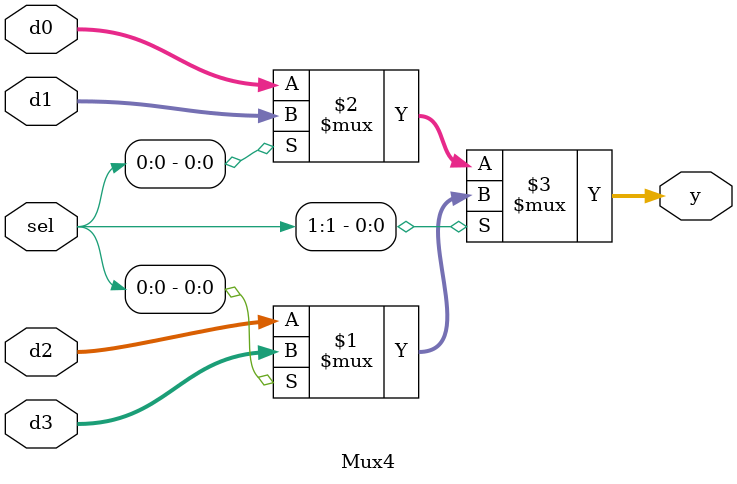
<source format=v>

module Mux4(
    input [3:0] d0,d1,d2,d3,
    input [1:0] sel,
    output [3:0] y
    );
    
    assign y = sel[1] ? (sel[0] ? d3 : d2) : (sel[0] ? d1 : d0);
    
endmodule

</source>
